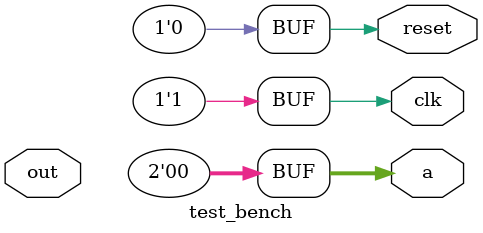
<source format=v>
module test_bench(
  output reg[1:0]a,
  output reg clk,
  output reg reset,
  input wire out
);

mealy test_mealy(
  .a(a),
  .clk(clk),
  .reset(reset),
  .out(out)
);

always 
begin 
clk = 0; 
#10; 
clk = 1; 
#10; 
end 

initial begin
  reset=1;
  a=00;
  #10;
  reset=0;
  a=10;
  #10;
  a=01;
  #20;
  a=00;
  #20;
  a=01;
  #20;
  a=00;
  #20;
  a=01;
  #20;
  a=00;
  #20;
  a=01;
  #20;
  a=00;
  #20;
  a=01;
  #20;
  a=00;
  #20;
  reset=1;
  a=00;
  #10;
  reset=0;
  a=10;
  #10;
  a=01;
  #20;
  a=00;
  #20;
  a=01;
  #20;
  a=00;
  #20;
  a=01;
  #20;
  a=00;
  #20;
  a=01;
  #20;
  a=00;
  #20;
  a=01;
  #20;
  a=00;
  #20;
    
end
  
endmodule


</source>
